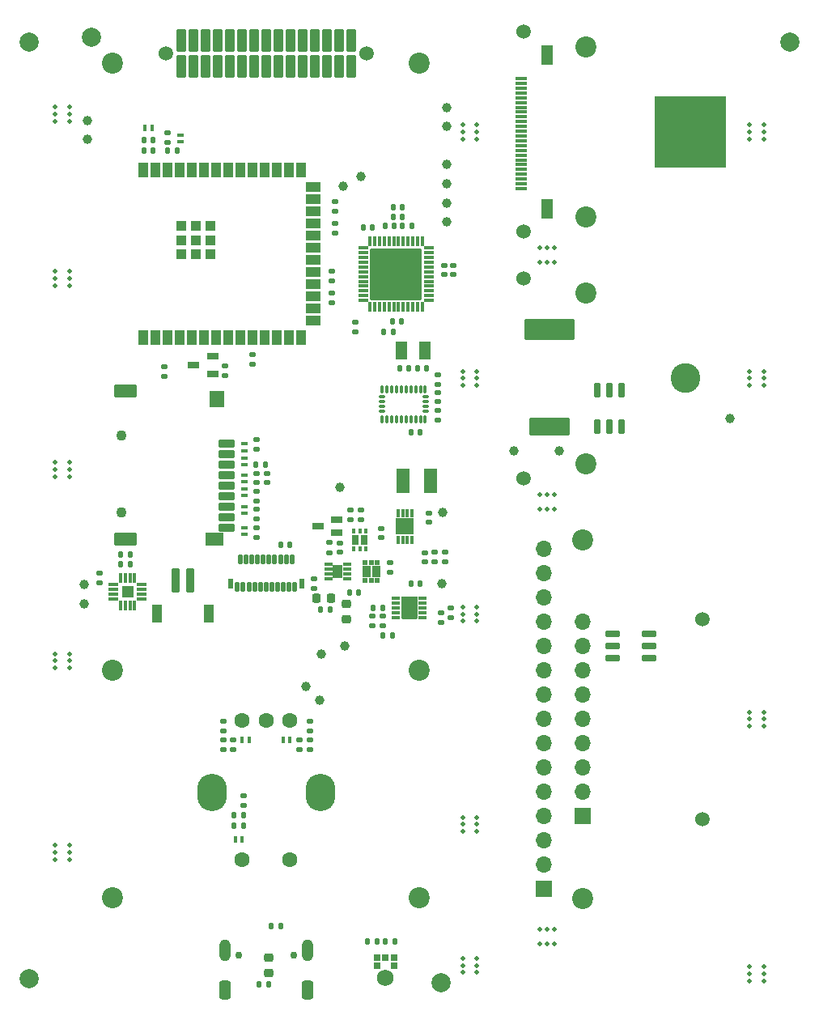
<source format=gbr>
%TF.GenerationSoftware,KiCad,Pcbnew,8.0.3*%
%TF.CreationDate,2024-06-12T08:46:35+02:00*%
%TF.ProjectId,EVT-PCB,4556542d-5043-4422-9e6b-696361645f70,rev?*%
%TF.SameCoordinates,PX3d6aa80PY9402a00*%
%TF.FileFunction,Soldermask,Bot*%
%TF.FilePolarity,Negative*%
%FSLAX46Y46*%
G04 Gerber Fmt 4.6, Leading zero omitted, Abs format (unit mm)*
G04 Created by KiCad (PCBNEW 8.0.3) date 2024-06-12 08:46:35*
%MOMM*%
%LPD*%
G01*
G04 APERTURE LIST*
G04 Aperture macros list*
%AMRoundRect*
0 Rectangle with rounded corners*
0 $1 Rounding radius*
0 $2 $3 $4 $5 $6 $7 $8 $9 X,Y pos of 4 corners*
0 Add a 4 corners polygon primitive as box body*
4,1,4,$2,$3,$4,$5,$6,$7,$8,$9,$2,$3,0*
0 Add four circle primitives for the rounded corners*
1,1,$1+$1,$2,$3*
1,1,$1+$1,$4,$5*
1,1,$1+$1,$6,$7*
1,1,$1+$1,$8,$9*
0 Add four rect primitives between the rounded corners*
20,1,$1+$1,$2,$3,$4,$5,0*
20,1,$1+$1,$4,$5,$6,$7,0*
20,1,$1+$1,$6,$7,$8,$9,0*
20,1,$1+$1,$8,$9,$2,$3,0*%
G04 Aperture macros list end*
%ADD10R,1.300000X2.000000*%
%ADD11R,7.500000X7.500000*%
%ADD12RoundRect,0.051000X0.500000X-0.150000X0.500000X0.150000X-0.500000X0.150000X-0.500000X-0.150000X0*%
%ADD13R,1.250000X1.250000*%
%ADD14RoundRect,0.051000X-0.425000X0.150000X-0.425000X-0.150000X0.425000X-0.150000X0.425000X0.150000X0*%
%ADD15RoundRect,0.051000X-0.150000X-0.425000X0.150000X-0.425000X0.150000X0.425000X-0.150000X0.425000X0*%
%ADD16R,1.100000X1.900000*%
%ADD17RoundRect,0.102000X-0.350000X-1.150000X0.350000X-1.150000X0.350000X1.150000X-0.350000X1.150000X0*%
%ADD18C,0.500000*%
%ADD19C,2.200000*%
%ADD20C,1.522000*%
%ADD21C,3.102000*%
%ADD22C,0.752000*%
%ADD23O,1.204000X2.304000*%
%ADD24RoundRect,0.301000X-0.301000X-0.701000X0.301000X-0.701000X0.301000X0.701000X-0.301000X0.701000X0*%
%ADD25R,1.700000X1.700000*%
%ADD26O,1.700000X1.700000*%
%ADD27C,1.602000*%
%ADD28O,3.102000X3.902000*%
%ADD29RoundRect,0.051000X0.152400X0.279400X-0.152400X0.279400X-0.152400X-0.279400X0.152400X-0.279400X0*%
%ADD30C,1.000000*%
%ADD31RoundRect,0.140000X-0.140000X-0.170000X0.140000X-0.170000X0.140000X0.170000X-0.140000X0.170000X0*%
%ADD32C,2.000000*%
%ADD33RoundRect,0.140000X0.140000X0.170000X-0.140000X0.170000X-0.140000X-0.170000X0.140000X-0.170000X0*%
%ADD34RoundRect,0.051000X-0.125000X-0.337500X0.125000X-0.337500X0.125000X0.337500X-0.125000X0.337500X0*%
%ADD35RoundRect,0.051000X0.287500X-0.125000X0.287500X0.125000X-0.287500X0.125000X-0.287500X-0.125000X0*%
%ADD36RoundRect,0.135000X0.185000X-0.135000X0.185000X0.135000X-0.185000X0.135000X-0.185000X-0.135000X0*%
%ADD37RoundRect,0.051000X-0.300000X0.261000X-0.300000X-0.261000X0.300000X-0.261000X0.300000X0.261000X0*%
%ADD38C,1.727000*%
%ADD39C,1.102000*%
%ADD40RoundRect,0.051000X0.800000X-0.350000X0.800000X0.350000X-0.800000X0.350000X-0.800000X-0.350000X0*%
%ADD41RoundRect,0.051000X1.100000X-0.600000X1.100000X0.600000X-1.100000X0.600000X-1.100000X-0.600000X0*%
%ADD42RoundRect,0.051000X-0.750000X-0.800000X0.750000X-0.800000X0.750000X0.800000X-0.750000X0.800000X0*%
%ADD43RoundRect,0.051000X0.900000X-0.600000X0.900000X0.600000X-0.900000X0.600000X-0.900000X-0.600000X0*%
%ADD44RoundRect,0.051000X-0.279400X0.152400X-0.279400X-0.152400X0.279400X-0.152400X0.279400X0.152400X0*%
%ADD45RoundRect,0.051000X-0.150000X-0.162500X0.150000X-0.162500X0.150000X0.162500X-0.150000X0.162500X0*%
%ADD46RoundRect,0.051000X-0.306500X-0.475000X0.306500X-0.475000X0.306500X0.475000X-0.306500X0.475000X0*%
%ADD47RoundRect,0.135000X-0.185000X0.135000X-0.185000X-0.135000X0.185000X-0.135000X0.185000X0.135000X0*%
%ADD48RoundRect,0.051000X0.279400X-0.152400X0.279400X0.152400X-0.279400X0.152400X-0.279400X-0.152400X0*%
%ADD49RoundRect,0.051000X-0.127000X0.406400X-0.127000X-0.406400X0.127000X-0.406400X0.127000X0.406400X0*%
%ADD50RoundRect,0.051000X-0.914400X0.774700X-0.914400X-0.774700X0.914400X-0.774700X0.914400X0.774700X0*%
%ADD51RoundRect,0.135000X-0.135000X-0.185000X0.135000X-0.185000X0.135000X0.185000X-0.135000X0.185000X0*%
%ADD52RoundRect,0.135000X0.135000X0.185000X-0.135000X0.185000X-0.135000X-0.185000X0.135000X-0.185000X0*%
%ADD53RoundRect,0.051000X0.406400X0.127000X-0.406400X0.127000X-0.406400X-0.127000X0.406400X-0.127000X0*%
%ADD54RoundRect,0.051000X0.762000X1.143000X-0.762000X1.143000X-0.762000X-1.143000X0.762000X-1.143000X0*%
%ADD55RoundRect,0.140000X0.170000X-0.140000X0.170000X0.140000X-0.170000X0.140000X-0.170000X-0.140000X0*%
%ADD56RoundRect,0.140000X-0.170000X0.140000X-0.170000X-0.140000X0.170000X-0.140000X0.170000X0.140000X0*%
%ADD57RoundRect,0.051000X0.575000X-0.275000X0.575000X0.275000X-0.575000X0.275000X-0.575000X-0.275000X0*%
%ADD58RoundRect,0.051000X-0.647700X-1.193800X0.647700X-1.193800X0.647700X1.193800X-0.647700X1.193800X0*%
%ADD59RoundRect,0.225000X0.250000X-0.225000X0.250000X0.225000X-0.250000X0.225000X-0.250000X-0.225000X0*%
%ADD60RoundRect,0.051000X0.425000X-0.150000X0.425000X0.150000X-0.425000X0.150000X-0.425000X-0.150000X0*%
%ADD61RoundRect,0.051000X0.150000X0.425000X-0.150000X0.425000X-0.150000X-0.425000X0.150000X-0.425000X0*%
%ADD62RoundRect,0.051000X2.625000X2.625000X-2.625000X2.625000X-2.625000X-2.625000X2.625000X-2.625000X0*%
%ADD63RoundRect,0.051000X0.266700X-0.673100X0.266700X0.673100X-0.266700X0.673100X-0.266700X-0.673100X0*%
%ADD64RoundRect,0.102000X0.370000X1.110000X-0.370000X1.110000X-0.370000X-1.110000X0.370000X-1.110000X0*%
%ADD65RoundRect,0.051000X0.500000X0.900000X-0.500000X0.900000X-0.500000X-0.900000X0.500000X-0.900000X0*%
%ADD66RoundRect,0.051000X0.673100X0.266700X-0.673100X0.266700X-0.673100X-0.266700X0.673100X-0.266700X0*%
%ADD67RoundRect,0.102000X2.500000X1.000000X-2.500000X1.000000X-2.500000X-1.000000X2.500000X-1.000000X0*%
%ADD68RoundRect,0.102000X2.000000X0.850000X-2.000000X0.850000X-2.000000X-0.850000X2.000000X-0.850000X0*%
%ADD69RoundRect,0.051000X0.375000X-0.150000X0.375000X0.150000X-0.375000X0.150000X-0.375000X-0.150000X0*%
%ADD70RoundRect,0.051000X0.450000X0.650000X-0.450000X0.650000X-0.450000X-0.650000X0.450000X-0.650000X0*%
%ADD71RoundRect,0.225000X-0.250000X0.225000X-0.250000X-0.225000X0.250000X-0.225000X0.250000X0.225000X0*%
%ADD72RoundRect,0.051000X0.165100X0.419100X-0.165100X0.419100X-0.165100X-0.419100X0.165100X-0.419100X0*%
%ADD73RoundRect,0.051000X0.228600X0.495300X-0.228600X0.495300X-0.228600X-0.495300X0.228600X-0.495300X0*%
%ADD74RoundRect,0.051000X-0.444500X0.749300X-0.444500X-0.749300X0.444500X-0.749300X0.444500X0.749300X0*%
%ADD75RoundRect,0.051000X-0.749300X0.444500X-0.749300X-0.444500X0.749300X-0.444500X0.749300X0.444500X0*%
%ADD76RoundRect,0.051000X-0.495300X0.495300X-0.495300X-0.495300X0.495300X-0.495300X0.495300X0.495300X0*%
%ADD77RoundRect,0.051000X0.195000X0.225000X-0.195000X0.225000X-0.195000X-0.225000X0.195000X-0.225000X0*%
%ADD78RoundRect,0.051000X0.410000X0.550000X-0.410000X0.550000X-0.410000X-0.550000X0.410000X-0.550000X0*%
%ADD79RoundRect,0.051000X-0.152400X-0.279400X0.152400X-0.279400X0.152400X0.279400X-0.152400X0.279400X0*%
%ADD80RoundRect,0.225000X-0.225000X-0.250000X0.225000X-0.250000X0.225000X0.250000X-0.225000X0.250000X0*%
%ADD81RoundRect,0.051000X0.575000X-0.300000X0.575000X0.300000X-0.575000X0.300000X-0.575000X-0.300000X0*%
G04 APERTURE END LIST*
D10*
%TO.C,U1102*%
X56700000Y82950000D03*
D11*
X71700000Y91000000D03*
D10*
X56700000Y99050000D03*
D12*
X54000000Y85050000D03*
X54000000Y85550000D03*
X54000000Y86050000D03*
X54000000Y86550000D03*
X54000000Y87050000D03*
X54000000Y87550000D03*
X54000000Y88050000D03*
X54000000Y88550000D03*
X54000000Y89050000D03*
X54000000Y89550000D03*
X54000000Y90050000D03*
X54000000Y90550000D03*
X54000000Y91050000D03*
X54000000Y91550000D03*
X54000000Y92050000D03*
X54000000Y92550000D03*
X54000000Y93050000D03*
X54000000Y93550000D03*
X54000000Y94050000D03*
X54000000Y94550000D03*
X54000000Y95050000D03*
X54000000Y95550000D03*
X54000000Y96050000D03*
X54000000Y96550000D03*
%TD*%
D13*
%TO.C,U1001*%
X12800000Y42900000D03*
D14*
X11350000Y42150000D03*
X11350000Y42650000D03*
X11350000Y43150000D03*
X11350000Y43650000D03*
D15*
X12050000Y44350000D03*
X12550000Y44350000D03*
X13050000Y44350000D03*
X13550000Y44350000D03*
D14*
X14250000Y43650000D03*
X14250000Y43150000D03*
X14250000Y42650000D03*
X14250000Y42150000D03*
D15*
X13550000Y41450000D03*
X13050000Y41450000D03*
X12550000Y41450000D03*
X12050000Y41450000D03*
%TD*%
D16*
%TO.C,J1001*%
X15900000Y40573000D03*
X21300000Y40573000D03*
D17*
X19350000Y44073000D03*
X17850000Y44073000D03*
%TD*%
D18*
%TO.C,mouse-bite-2mm-slot*%
X47850000Y3050000D03*
X49350000Y3050000D03*
X47850000Y3800000D03*
X49350000Y3800000D03*
X47850000Y4550000D03*
X49350000Y4550000D03*
%TD*%
%TO.C,mouse-bite-2mm-slot3*%
X57425000Y77350000D03*
X57425000Y78850000D03*
X56675000Y77350000D03*
X56675000Y78850000D03*
X55925000Y77350000D03*
X55925000Y78850000D03*
%TD*%
D19*
%TO.C,H1302*%
X60450000Y48300000D03*
%TD*%
D20*
%TO.C,J1101*%
X54268000Y101480000D03*
X54268000Y80520000D03*
%TD*%
D18*
%TO.C,mouse-bite-2mm-slot*%
X57425000Y6050000D03*
X57425000Y7550000D03*
X56675000Y6050000D03*
X56675000Y7550000D03*
X55925000Y6050000D03*
X55925000Y7550000D03*
%TD*%
%TO.C,mouse-bite-2mm-slot*%
X77850000Y2150000D03*
X79350000Y2150000D03*
X77850000Y2900000D03*
X79350000Y2900000D03*
X77850000Y3650000D03*
X79350000Y3650000D03*
%TD*%
%TO.C,mouse-bite-2mm-slot1*%
X5250000Y74900000D03*
X6750000Y74900000D03*
X5250000Y75650000D03*
X6750000Y75650000D03*
X5250000Y76400000D03*
X6750000Y76400000D03*
%TD*%
D19*
%TO.C,H1301*%
X60450000Y10800000D03*
%TD*%
D21*
%TO.C,U1201*%
X71200000Y65200000D03*
%TD*%
D18*
%TO.C,mouse-bite-2mm-slot3*%
X47850000Y64450000D03*
X49350000Y64450000D03*
X47850000Y65200000D03*
X49350000Y65200000D03*
X47850000Y65950000D03*
X49350000Y65950000D03*
%TD*%
%TO.C,mouse-bite-2mm-slot*%
X5250000Y92100000D03*
X6750000Y92100000D03*
X5250000Y92850000D03*
X6750000Y92850000D03*
X5250000Y93600000D03*
X6750000Y93600000D03*
%TD*%
D19*
%TO.C,H105*%
X11260000Y10860000D03*
%TD*%
D22*
%TO.C,J301*%
X24410000Y4905000D03*
X30190000Y4905000D03*
D23*
X22980000Y5405000D03*
X31620000Y5405000D03*
D24*
X22980000Y1225000D03*
X31620000Y1225000D03*
%TD*%
D18*
%TO.C,mouse-bite-2mm-slot4*%
X5250000Y14900000D03*
X6750000Y14900000D03*
X5250000Y15650000D03*
X6750000Y15650000D03*
X5250000Y16400000D03*
X6750000Y16400000D03*
%TD*%
%TO.C,mouse-bite-2mm-slot3*%
X5250000Y34900000D03*
X6750000Y34900000D03*
X5250000Y35650000D03*
X6750000Y35650000D03*
X5250000Y36400000D03*
X6750000Y36400000D03*
%TD*%
%TO.C,mouse-bite-2mm-slot3*%
X47850000Y39800000D03*
X49350000Y39800000D03*
X47850000Y40550000D03*
X49350000Y40550000D03*
X47850000Y41300000D03*
X49350000Y41300000D03*
%TD*%
D19*
%TO.C,H102*%
X43340000Y98140000D03*
%TD*%
%TO.C,H101*%
X11260000Y98140000D03*
%TD*%
D25*
%TO.C,J1304*%
X56375000Y11780000D03*
D26*
X56375000Y14320000D03*
X56375000Y16860000D03*
X56375000Y19400000D03*
X56375000Y21940000D03*
X56375000Y24480000D03*
X56375000Y27020000D03*
X56375000Y29560000D03*
X56375000Y32100000D03*
X56375000Y34640000D03*
X56375000Y37180000D03*
X56375000Y39720000D03*
X56375000Y42260000D03*
X56375000Y44800000D03*
X56375000Y47340000D03*
%TD*%
D20*
%TO.C,J1303*%
X72932000Y19070000D03*
X72932000Y40030000D03*
%TD*%
D19*
%TO.C,H106*%
X11260000Y34634000D03*
%TD*%
D18*
%TO.C,mouse-bite-2mm-slot*%
X77850000Y64450000D03*
X79350000Y64450000D03*
X77850000Y65200000D03*
X79350000Y65200000D03*
X77850000Y65950000D03*
X79350000Y65950000D03*
%TD*%
D19*
%TO.C,H103*%
X43340000Y34634000D03*
%TD*%
D27*
%TO.C,E501*%
X29800000Y14900000D03*
X24800000Y14900000D03*
X29800000Y29400000D03*
X24800000Y29400000D03*
X27300000Y29400000D03*
D28*
X33000000Y21900000D03*
X21600000Y21900000D03*
%TD*%
D19*
%TO.C,H1201*%
X60750000Y74100000D03*
%TD*%
D18*
%TO.C,mouse-bite-2mm-slot*%
X77850000Y28800000D03*
X79350000Y28800000D03*
X77850000Y29550000D03*
X79350000Y29550000D03*
X77850000Y30300000D03*
X79350000Y30300000D03*
%TD*%
D20*
%TO.C,J1201*%
X54268000Y75680000D03*
X54268000Y54720000D03*
%TD*%
D18*
%TO.C,mouse-bite-2mm-slot*%
X47850000Y17800000D03*
X49350000Y17800000D03*
X47850000Y18550000D03*
X49350000Y18550000D03*
X47850000Y19300000D03*
X49350000Y19300000D03*
%TD*%
%TO.C,mouse-bite-2mm-slot*%
X77850000Y90250000D03*
X79350000Y90250000D03*
X77850000Y91000000D03*
X79350000Y91000000D03*
X77850000Y91750000D03*
X79350000Y91750000D03*
%TD*%
%TO.C,mouse-bite-2mm-slot3*%
X47850000Y90250000D03*
X49350000Y90250000D03*
X47850000Y91000000D03*
X49350000Y91000000D03*
X47850000Y91750000D03*
X49350000Y91750000D03*
%TD*%
%TO.C,mouse-bite-2mm-slot3*%
X57425000Y51550000D03*
X57425000Y53050000D03*
X56675000Y51550000D03*
X56675000Y53050000D03*
X55925000Y51550000D03*
X55925000Y53050000D03*
%TD*%
D19*
%TO.C,H1202*%
X60750000Y56300000D03*
%TD*%
%TO.C,H104*%
X43340000Y10860000D03*
%TD*%
D18*
%TO.C,mouse-bite-2mm-slot2*%
X5250000Y54900000D03*
X6750000Y54900000D03*
X5250000Y55650000D03*
X6750000Y55650000D03*
X5250000Y56400000D03*
X6750000Y56400000D03*
%TD*%
D25*
%TO.C,J1302*%
X60425000Y19400000D03*
D26*
X60425000Y21940000D03*
X60425000Y24480000D03*
X60425000Y27020000D03*
X60425000Y29560000D03*
X60425000Y32100000D03*
X60425000Y34640000D03*
X60425000Y37180000D03*
X60425000Y39720000D03*
%TD*%
D29*
%TO.C,D527*%
X24800000Y17000000D03*
X24104802Y17000000D03*
%TD*%
D30*
%TO.C,TP501*%
X46200000Y87550000D03*
%TD*%
D31*
%TO.C,C805*%
X41295000Y66225000D03*
X42255000Y66225000D03*
%TD*%
D32*
%TO.C,FID103*%
X2500000Y100350000D03*
%TD*%
D33*
%TO.C,C1002*%
X13050000Y45800000D03*
X12090000Y45800000D03*
%TD*%
D30*
%TO.C,TP1210*%
X57950000Y57580000D03*
%TD*%
%TO.C,TP1209*%
X53250000Y57600000D03*
%TD*%
D29*
%TO.C,D201*%
X15347599Y91400000D03*
X14652401Y91400000D03*
%TD*%
%TO.C,D525*%
X29800000Y27350000D03*
X29104802Y27350000D03*
%TD*%
D34*
%TO.C,U801*%
X43950000Y64063000D03*
D35*
X44013000Y63250000D03*
X44013000Y62750000D03*
X44013000Y62250000D03*
X44013000Y61750000D03*
D34*
X43950000Y60937000D03*
X43450000Y60937000D03*
X42950000Y60937000D03*
X42450000Y60937000D03*
X41950000Y60937000D03*
X41450000Y60937000D03*
X40950000Y60937000D03*
X40450000Y60937000D03*
X39950000Y60937000D03*
X39450000Y60937000D03*
D35*
X39387000Y61750000D03*
X39387000Y62250000D03*
X39387000Y62750000D03*
X39387000Y63250000D03*
D34*
X39450000Y64063000D03*
X39950000Y64063000D03*
X40450000Y64063000D03*
X40950000Y64063000D03*
X41450000Y64063000D03*
X41950000Y64063000D03*
X42450000Y64063000D03*
X42950000Y64063000D03*
X43450000Y64063000D03*
%TD*%
D36*
%TO.C,R504*%
X31900000Y28300000D03*
X31900000Y29320000D03*
%TD*%
D32*
%TO.C,FID110*%
X45600000Y2000000D03*
%TD*%
D37*
%TO.C,M601*%
X40700000Y4574000D03*
X40700000Y3752000D03*
D38*
X39800000Y2500000D03*
D37*
X38900000Y3752000D03*
X38900000Y4574000D03*
X39800000Y4574000D03*
%TD*%
D39*
%TO.C,J901*%
X12200000Y51200000D03*
X12200000Y59200000D03*
D40*
X23200000Y58400000D03*
X23200000Y57300000D03*
X23200000Y56200000D03*
X23200000Y55100000D03*
X23200000Y54000000D03*
X23200000Y52900000D03*
X23200000Y51800000D03*
X23200000Y50700000D03*
X23200000Y49600000D03*
D41*
X12600000Y63900000D03*
X12600000Y48400000D03*
D42*
X22150000Y63000000D03*
D43*
X21900000Y48400000D03*
%TD*%
D44*
%TO.C,D901*%
X25000000Y55097599D03*
X25000000Y54402401D03*
%TD*%
D30*
%TO.C,TP507*%
X31450000Y33000000D03*
%TD*%
D33*
%TO.C,C503*%
X24930000Y18400000D03*
X23970000Y18400000D03*
%TD*%
D45*
%TO.C,Q301*%
X36450000Y47387000D03*
D46*
X36634000Y48300000D03*
X37566000Y48300000D03*
D45*
X37750000Y49212000D03*
X37100000Y49212000D03*
X37100000Y47387000D03*
X36450000Y49212000D03*
X37750000Y47387000D03*
%TD*%
D47*
%TO.C,R104*%
X34550000Y83670000D03*
X34550000Y82650000D03*
%TD*%
D48*
%TO.C,D904*%
X25000000Y56200000D03*
X25000000Y56895198D03*
%TD*%
D36*
%TO.C,R103*%
X34550000Y80390000D03*
X34550000Y81410000D03*
%TD*%
D49*
%TO.C,U302*%
X41083999Y51097000D03*
X41584000Y51097000D03*
X42084000Y51097000D03*
X42584001Y51097000D03*
X42584001Y48303000D03*
X42084000Y48303000D03*
X41584000Y48303000D03*
X41083999Y48303000D03*
D50*
X41834000Y49700000D03*
%TD*%
D36*
%TO.C,R404*%
X45600000Y39680000D03*
X45600000Y40700000D03*
%TD*%
D51*
%TO.C,R601*%
X39790000Y6300000D03*
X40810000Y6300000D03*
%TD*%
D31*
%TO.C,C801*%
X42450000Y59600000D03*
X43410000Y59600000D03*
%TD*%
D36*
%TO.C,R402*%
X32350000Y43230000D03*
X32350000Y44250000D03*
%TD*%
D30*
%TO.C,TP506*%
X32900000Y31500000D03*
%TD*%
D36*
%TO.C,R110*%
X16650000Y65440000D03*
X16650000Y66460000D03*
%TD*%
D52*
%TO.C,R108*%
X40610000Y70100000D03*
X39590000Y70100000D03*
%TD*%
D30*
%TO.C,TP504*%
X46200000Y85550000D03*
%TD*%
D36*
%TO.C,R308*%
X36100000Y50390000D03*
X36100000Y51410000D03*
%TD*%
D32*
%TO.C,FID108*%
X2500000Y2450000D03*
%TD*%
D53*
%TO.C,U402*%
X43697000Y42200001D03*
X43697000Y41699999D03*
X43697000Y41200000D03*
X43697000Y40700001D03*
X43697000Y40199999D03*
X40903000Y40199999D03*
X40903000Y40700001D03*
X40903000Y41200000D03*
X40903000Y41699999D03*
X40903000Y42200001D03*
D54*
X42300000Y41200000D03*
%TD*%
D55*
%TO.C,C302*%
X43900000Y46020000D03*
X43900000Y46980000D03*
%TD*%
D56*
%TO.C,C901*%
X27400000Y55280000D03*
X27400000Y54320000D03*
%TD*%
D36*
%TO.C,R107*%
X36650000Y70090000D03*
X36650000Y71110000D03*
%TD*%
D31*
%TO.C,C705*%
X33020000Y41000000D03*
X33980000Y41000000D03*
%TD*%
D36*
%TO.C,R403*%
X46600000Y40190000D03*
X46600000Y41210000D03*
%TD*%
D57*
%TO.C,D302*%
X34700000Y50400000D03*
X34700000Y49100000D03*
X32700000Y49750000D03*
%TD*%
D30*
%TO.C,TP1204*%
X75800000Y61000000D03*
%TD*%
%TO.C,TP114*%
X33103809Y36341081D03*
%TD*%
%TO.C,TP505*%
X46200000Y83550000D03*
%TD*%
D33*
%TO.C,C532*%
X41480000Y71200000D03*
X40520000Y71200000D03*
%TD*%
D30*
%TO.C,TP1001*%
X8300000Y41650000D03*
%TD*%
%TO.C,TP104*%
X35400000Y85300000D03*
%TD*%
%TO.C,TP103*%
X37200000Y86300000D03*
%TD*%
D47*
%TO.C,R407*%
X38400000Y40310000D03*
X38400000Y39290000D03*
%TD*%
D31*
%TO.C,C529*%
X37450000Y81000000D03*
X38410000Y81000000D03*
%TD*%
D33*
%TO.C,C402*%
X43405000Y43700000D03*
X42445000Y43700000D03*
%TD*%
D58*
%TO.C,L301*%
X41586200Y54500000D03*
X44481800Y54500000D03*
%TD*%
D47*
%TO.C,R1001*%
X9900000Y44810000D03*
X9900000Y43790000D03*
%TD*%
D36*
%TO.C,R801*%
X45300000Y60840000D03*
X45300000Y61860000D03*
%TD*%
D33*
%TO.C,C528*%
X40690000Y81150000D03*
X39730000Y81150000D03*
%TD*%
D56*
%TO.C,C303*%
X44300000Y51130000D03*
X44300000Y50170000D03*
%TD*%
D33*
%TO.C,C1001*%
X13050000Y46800000D03*
X12090000Y46800000D03*
%TD*%
%TO.C,C202*%
X15480000Y89000000D03*
X14520000Y89000000D03*
%TD*%
%TO.C,C530*%
X41550000Y82050000D03*
X40590000Y82050000D03*
%TD*%
D59*
%TO.C,C403*%
X35700000Y40025000D03*
X35700000Y41575000D03*
%TD*%
D47*
%TO.C,R201*%
X17025000Y90920000D03*
X17025000Y89900000D03*
%TD*%
D48*
%TO.C,D906*%
X25000000Y57652401D03*
X25000000Y58347599D03*
%TD*%
D44*
%TO.C,D202*%
X18350000Y90647599D03*
X18350000Y89952401D03*
%TD*%
D60*
%TO.C,IC501*%
X44350000Y78850000D03*
X44350000Y78350000D03*
X44350000Y77850000D03*
X44350000Y77350000D03*
X44350000Y76850000D03*
X44350000Y76350000D03*
X44350000Y75850000D03*
X44350000Y75350000D03*
X44350000Y74850000D03*
X44350000Y74350000D03*
X44350000Y73850000D03*
X44350000Y73350000D03*
D61*
X43650000Y72650000D03*
X43150000Y72650000D03*
X42650000Y72650000D03*
X42150000Y72650000D03*
X41650000Y72650000D03*
X41150000Y72650000D03*
X40650000Y72650000D03*
X40150000Y72650000D03*
X39650000Y72650000D03*
X39150000Y72650000D03*
X38650000Y72650000D03*
X38150000Y72650000D03*
D60*
X37450000Y73350000D03*
X37450000Y73850000D03*
X37450000Y74350000D03*
X37450000Y74850000D03*
X37450000Y75350000D03*
X37450000Y75850000D03*
X37450000Y76350000D03*
X37450000Y76850000D03*
X37450000Y77350000D03*
X37450000Y77850000D03*
X37450000Y78350000D03*
X37450000Y78850000D03*
D61*
X38150000Y79550000D03*
X38650000Y79550000D03*
X39150000Y79550000D03*
X39650000Y79550000D03*
X40150000Y79550000D03*
X40650000Y79550000D03*
X41150000Y79550000D03*
X41650000Y79550000D03*
X42150000Y79550000D03*
X42650000Y79550000D03*
X43150000Y79550000D03*
X43650000Y79550000D03*
D62*
X40900000Y76100000D03*
%TD*%
D63*
%TO.C,U1203*%
X64520000Y60195000D03*
X63250000Y60195000D03*
X61980000Y60195000D03*
X61980000Y64005000D03*
X63250000Y64005000D03*
X64520000Y64005000D03*
%TD*%
D30*
%TO.C,TP201*%
X8600000Y92200000D03*
%TD*%
D47*
%TO.C,R101*%
X34150000Y76410000D03*
X34150000Y75390000D03*
%TD*%
D32*
%TO.C,FID106*%
X82100000Y100400000D03*
%TD*%
D55*
%TO.C,C803*%
X45300000Y62750000D03*
X45300000Y63710000D03*
%TD*%
D47*
%TO.C,R508*%
X31900000Y27380000D03*
X31900000Y26360000D03*
%TD*%
D36*
%TO.C,R505*%
X22800000Y28300000D03*
X22800000Y29320000D03*
%TD*%
D33*
%TO.C,C531*%
X41550000Y83100000D03*
X40590000Y83100000D03*
%TD*%
D47*
%TO.C,R306*%
X33900000Y48010000D03*
X33900000Y46990000D03*
%TD*%
D36*
%TO.C,R301*%
X40310000Y44900000D03*
X40310000Y45920000D03*
%TD*%
D20*
%TO.C,J101*%
X37780000Y99200000D03*
X16820000Y99200000D03*
D64*
X18410000Y97835000D03*
X18410000Y100565000D03*
X19680000Y97835000D03*
X19680000Y100565000D03*
X20950000Y97835000D03*
X20950000Y100565000D03*
X22220000Y97835000D03*
X22220000Y100565000D03*
X23490000Y97835000D03*
X23490000Y100565000D03*
X24760000Y97835000D03*
X24760000Y100565000D03*
X26030000Y97835000D03*
X26030000Y100565000D03*
X27300000Y97835000D03*
X27300000Y100565000D03*
X28570000Y97835000D03*
X28570000Y100565000D03*
X29840000Y97835000D03*
X29840000Y100565000D03*
X31110000Y97835000D03*
X31110000Y100565000D03*
X32380000Y97835000D03*
X32380000Y100565000D03*
X33650000Y97835000D03*
X33650000Y100565000D03*
X34920000Y97835000D03*
X34920000Y100565000D03*
X36190000Y97835000D03*
X36190000Y100565000D03*
%TD*%
D52*
%TO.C,R405*%
X39510000Y41200000D03*
X38490000Y41200000D03*
%TD*%
D30*
%TO.C,TP113*%
X35000000Y53800000D03*
%TD*%
D55*
%TO.C,C502*%
X45900000Y76070000D03*
X45900000Y77030000D03*
%TD*%
%TO.C,C305*%
X35000000Y47020000D03*
X35000000Y47980000D03*
%TD*%
D30*
%TO.C,TP503*%
X46200000Y91550000D03*
%TD*%
D65*
%TO.C,X801*%
X43950000Y68100000D03*
X41450000Y68100000D03*
%TD*%
D47*
%TO.C,R507*%
X22800000Y27380000D03*
X22800000Y26360000D03*
%TD*%
D66*
%TO.C,U1301*%
X67375500Y38445000D03*
X67375500Y37175000D03*
X67375500Y35905000D03*
X63565500Y35905000D03*
X63565500Y37175000D03*
X63565500Y38445000D03*
%TD*%
D36*
%TO.C,R901*%
X26300000Y48580000D03*
X26300000Y49600000D03*
%TD*%
D52*
%TO.C,R903*%
X27210000Y56200000D03*
X26190000Y56200000D03*
%TD*%
D30*
%TO.C,TP502*%
X46200000Y93550000D03*
%TD*%
D44*
%TO.C,D903*%
X25000000Y53647599D03*
X25000000Y52952401D03*
%TD*%
D36*
%TO.C,R102*%
X34150000Y73140000D03*
X34150000Y74160000D03*
%TD*%
%TO.C,R109*%
X25900000Y66690000D03*
X25900000Y67710000D03*
%TD*%
%TO.C,R902*%
X26300000Y52390000D03*
X26300000Y53410000D03*
%TD*%
D33*
%TO.C,C804*%
X44105000Y66225000D03*
X43145000Y66225000D03*
%TD*%
D51*
%TO.C,R501*%
X41550000Y81150000D03*
X42570000Y81150000D03*
%TD*%
D30*
%TO.C,TP105*%
X45750000Y51200000D03*
%TD*%
D33*
%TO.C,C201*%
X15480000Y90100000D03*
X14520000Y90100000D03*
%TD*%
%TO.C,C601*%
X38900000Y6300000D03*
X37940000Y6300000D03*
%TD*%
D30*
%TO.C,TP1002*%
X8300000Y43650000D03*
%TD*%
D56*
%TO.C,C534*%
X30750000Y27350000D03*
X30750000Y26390000D03*
%TD*%
D55*
%TO.C,C501*%
X46900000Y76070000D03*
X46900000Y77030000D03*
%TD*%
D47*
%TO.C,R905*%
X26300000Y58810000D03*
X26300000Y57790000D03*
%TD*%
D56*
%TO.C,C802*%
X45300000Y65540000D03*
X45300000Y64580000D03*
%TD*%
D36*
%TO.C,R904*%
X26300000Y50490000D03*
X26300000Y51510000D03*
%TD*%
%TO.C,R503*%
X24950000Y20490000D03*
X24950000Y21510000D03*
%TD*%
D67*
%TO.C,C1204*%
X56925000Y70275000D03*
D68*
X56925000Y60125000D03*
%TD*%
D36*
%TO.C,R309*%
X37200000Y50390000D03*
X37200000Y51410000D03*
%TD*%
D31*
%TO.C,C703*%
X28800000Y47800000D03*
X29760000Y47800000D03*
%TD*%
D33*
%TO.C,C401*%
X36980000Y42800000D03*
X36020000Y42800000D03*
%TD*%
D30*
%TO.C,TP301*%
X45700000Y43750000D03*
%TD*%
D32*
%TO.C,FID109*%
X9000000Y100900000D03*
%TD*%
D69*
%TO.C,U401*%
X35800000Y45750000D03*
X35800000Y45250000D03*
X35800000Y44750000D03*
X35800000Y44250000D03*
X33800000Y44250000D03*
X33800000Y44750000D03*
X33800000Y45250000D03*
X33800000Y45750000D03*
D70*
X34800000Y45000000D03*
%TD*%
D19*
%TO.C,H1102*%
X60750000Y82100000D03*
%TD*%
D47*
%TO.C,R105*%
X23000000Y66510000D03*
X23000000Y65490000D03*
%TD*%
D71*
%TO.C,C301*%
X27575000Y4575000D03*
X27575000Y3025000D03*
%TD*%
D44*
%TO.C,D902*%
X25000000Y49600000D03*
X25000000Y48904802D03*
%TD*%
D72*
%TO.C,J701*%
X30300002Y43427000D03*
X30000000Y46252001D03*
X29700000Y43427000D03*
X29400001Y46252001D03*
X29100001Y43427000D03*
X28800000Y46252001D03*
X28500000Y43427000D03*
X28200001Y46252001D03*
X27900001Y43427000D03*
X27599999Y46252001D03*
X27300000Y43427000D03*
X27000001Y46252001D03*
X26700001Y43427000D03*
X26399999Y46252001D03*
X26100000Y43427000D03*
X25800000Y46252001D03*
X25500001Y43427000D03*
X25199999Y46252001D03*
X24900000Y43427000D03*
X24600000Y46252001D03*
X24300001Y43427000D03*
D73*
X31024999Y43703200D03*
X23575001Y43703200D03*
%TD*%
D44*
%TO.C,D905*%
X25000000Y51800000D03*
X25000000Y51104802D03*
%TD*%
D51*
%TO.C,R401*%
X39500000Y38350000D03*
X40520000Y38350000D03*
%TD*%
%TO.C,R303*%
X26550000Y1800000D03*
X27570000Y1800000D03*
%TD*%
D36*
%TO.C,R304*%
X44950000Y45990000D03*
X44950000Y47010000D03*
%TD*%
D74*
%TO.C,U201*%
X14450000Y86960000D03*
X15720000Y86960000D03*
X16990000Y86960000D03*
X18260000Y86960000D03*
X19530000Y86960000D03*
X20800000Y86960000D03*
X22070000Y86960000D03*
X23340000Y86960000D03*
X24610000Y86960000D03*
X25880000Y86960000D03*
X27150000Y86960000D03*
X28420000Y86960000D03*
X29690000Y86960000D03*
X30960000Y86960000D03*
D75*
X32209934Y85195000D03*
X32209934Y83925000D03*
X32209934Y82655000D03*
X32209934Y81385000D03*
X32209934Y80115000D03*
X32209934Y78845000D03*
X32209934Y77575000D03*
X32209934Y76305000D03*
X32209934Y75035000D03*
X32209934Y73765000D03*
X32209934Y72495000D03*
X32209934Y71225000D03*
D74*
X30960000Y69460000D03*
X29690000Y69460000D03*
X28420000Y69460000D03*
X27150000Y69460000D03*
X25880000Y69460000D03*
X24610000Y69460000D03*
X23340000Y69460000D03*
X22070000Y69460000D03*
X20800000Y69460000D03*
X19530000Y69460000D03*
X18260000Y69460000D03*
X16990000Y69460000D03*
X15720000Y69460000D03*
X14450000Y69460000D03*
D76*
X21453926Y81150434D03*
X19953926Y81150434D03*
X18453926Y81150434D03*
X21453926Y79650434D03*
X19953926Y79650434D03*
X18453926Y79650434D03*
X21453926Y78150434D03*
X19953926Y78150434D03*
X18453926Y78150434D03*
%TD*%
D30*
%TO.C,TP202*%
X8600000Y90200000D03*
%TD*%
D52*
%TO.C,R506*%
X24960000Y19550000D03*
X23940000Y19550000D03*
%TD*%
D30*
%TO.C,TP401*%
X35500000Y37200000D03*
%TD*%
D47*
%TO.C,R406*%
X39500000Y40310000D03*
X39500000Y39290000D03*
%TD*%
D52*
%TO.C,R302*%
X28810000Y7900000D03*
X27790000Y7900000D03*
%TD*%
D77*
%TO.C,U301*%
X38950000Y44075000D03*
X38300000Y44075000D03*
X37650000Y44075000D03*
X37650000Y45925000D03*
X38300000Y45925000D03*
X38950000Y45925000D03*
D78*
X38790000Y45000000D03*
X37810000Y45000000D03*
%TD*%
D19*
%TO.C,H1101*%
X60750000Y99900000D03*
%TD*%
D79*
%TO.C,D526*%
X24800000Y27350000D03*
X25495198Y27350000D03*
%TD*%
D80*
%TO.C,C701*%
X32525000Y42200000D03*
X34075000Y42200000D03*
%TD*%
D56*
%TO.C,C902*%
X26300000Y55280000D03*
X26300000Y54320000D03*
%TD*%
D55*
%TO.C,C304*%
X39350000Y48520000D03*
X39350000Y49480000D03*
%TD*%
D47*
%TO.C,R305*%
X46000000Y47010000D03*
X46000000Y45990000D03*
%TD*%
D31*
%TO.C,C203*%
X17020000Y89000000D03*
X17980000Y89000000D03*
%TD*%
D30*
%TO.C,TP508*%
X46200000Y81550000D03*
%TD*%
D81*
%TO.C,Q101*%
X19700000Y66600000D03*
X21700000Y67560000D03*
X21700000Y65640000D03*
%TD*%
D56*
%TO.C,C533*%
X23850000Y27350000D03*
X23850000Y26390000D03*
%TD*%
M02*

</source>
